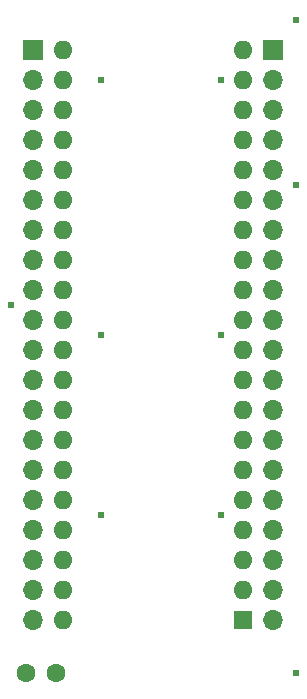
<source format=gbs>
G04 #@! TF.GenerationSoftware,KiCad,Pcbnew,(6.0.7-1)-1*
G04 #@! TF.CreationDate,2022-09-10T13:51:06+09:00*
G04 #@! TF.ProjectId,MEZ6800,4d455a36-3830-4302-9e6b-696361645f70,A*
G04 #@! TF.SameCoordinates,PX5f5e100PY8f0d180*
G04 #@! TF.FileFunction,Soldermask,Bot*
G04 #@! TF.FilePolarity,Negative*
%FSLAX46Y46*%
G04 Gerber Fmt 4.6, Leading zero omitted, Abs format (unit mm)*
G04 Created by KiCad (PCBNEW (6.0.7-1)-1) date 2022-09-10 13:51:06*
%MOMM*%
%LPD*%
G01*
G04 APERTURE LIST*
%ADD10R,1.600000X1.600000*%
%ADD11O,1.600000X1.600000*%
%ADD12C,1.600000*%
%ADD13R,1.700000X1.700000*%
%ADD14O,1.700000X1.700000*%
%ADD15C,0.605000*%
G04 APERTURE END LIST*
D10*
X21595000Y7125000D03*
D11*
X21595000Y9665000D03*
X21595000Y12205000D03*
X21595000Y14745000D03*
X21595000Y17285000D03*
X21595000Y19825000D03*
X21595000Y22365000D03*
X21595000Y24905000D03*
X21595000Y27445000D03*
X21595000Y29985000D03*
X21595000Y32525000D03*
X21595000Y35065000D03*
X21595000Y37605000D03*
X21595000Y40145000D03*
X21595000Y42685000D03*
X21595000Y45225000D03*
X21595000Y47765000D03*
X21595000Y50305000D03*
X21595000Y52845000D03*
X21595000Y55385000D03*
X6355000Y55385000D03*
X6355000Y52845000D03*
X6355000Y50305000D03*
X6355000Y47765000D03*
X6355000Y45225000D03*
X6355000Y42685000D03*
X6355000Y40145000D03*
X6355000Y37605000D03*
X6355000Y35065000D03*
X6355000Y32525000D03*
X6355000Y29985000D03*
X6355000Y27445000D03*
X6355000Y24905000D03*
X6355000Y22365000D03*
X6355000Y19825000D03*
X6355000Y17285000D03*
X6355000Y14745000D03*
X6355000Y12205000D03*
X6355000Y9665000D03*
X6355000Y7125000D03*
D12*
X5695000Y2675000D03*
X3195000Y2675000D03*
D13*
X24130000Y55375000D03*
D14*
X24130000Y52835000D03*
X24130000Y50295000D03*
X24130000Y47755000D03*
X24130000Y45215000D03*
X24130000Y42675000D03*
X24130000Y40135000D03*
X24130000Y37595000D03*
X24130000Y35055000D03*
X24130000Y32515000D03*
X24130000Y29975000D03*
X24130000Y27435000D03*
X24130000Y24895000D03*
X24130000Y22355000D03*
X24130000Y19815000D03*
X24130000Y17275000D03*
X24130000Y14735000D03*
X24130000Y12195000D03*
X24130000Y9655000D03*
X24130000Y7115000D03*
D13*
X3810000Y55375000D03*
D14*
X3810000Y52835000D03*
X3810000Y50295000D03*
X3810000Y47755000D03*
X3810000Y45215000D03*
X3810000Y42675000D03*
X3810000Y40135000D03*
X3810000Y37595000D03*
X3810000Y35055000D03*
X3810000Y32515000D03*
X3810000Y29975000D03*
X3810000Y27435000D03*
X3810000Y24895000D03*
X3810000Y22355000D03*
X3810000Y19815000D03*
X3810000Y17275000D03*
X3810000Y14735000D03*
X3810000Y12195000D03*
X3810000Y9655000D03*
X3810000Y7115000D03*
D15*
X19685000Y16010000D03*
X19685000Y52840000D03*
X26035000Y43950000D03*
X9525000Y16010000D03*
X9525000Y52840000D03*
X19685000Y31250000D03*
X26035000Y2675000D03*
X1905000Y33790000D03*
X9525000Y31250000D03*
X26035000Y57920000D03*
M02*

</source>
